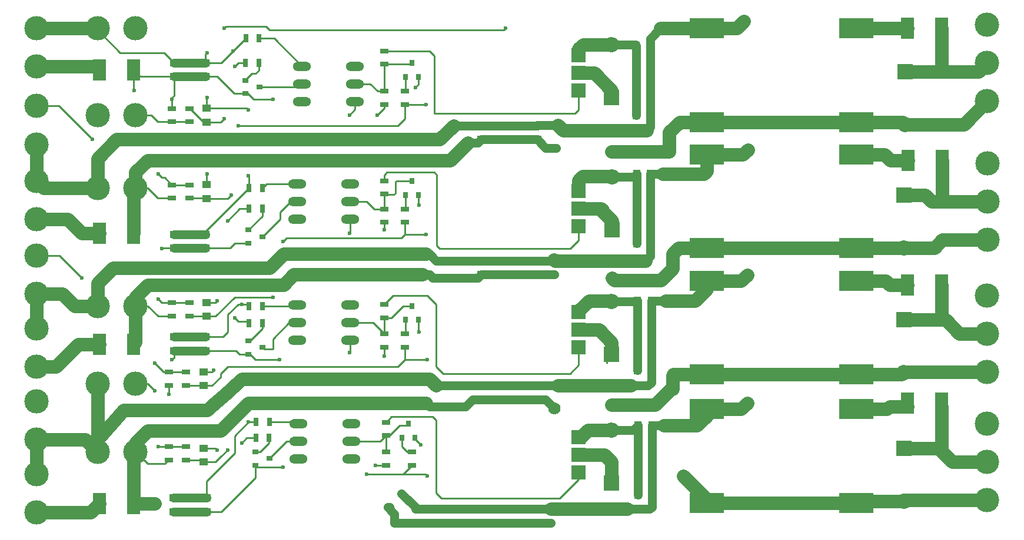
<source format=gbr>
G04 #@! TF.FileFunction,Copper,L1,Top,Signal*
%FSLAX46Y46*%
G04 Gerber Fmt 4.6, Leading zero omitted, Abs format (unit mm)*
G04 Created by KiCad (PCBNEW 4.0.7-e2-6376~58~ubuntu16.04.1) date Wed May  2 00:30:32 2018*
%MOMM*%
%LPD*%
G01*
G04 APERTURE LIST*
%ADD10C,0.100000*%
%ADD11R,5.000000X3.000000*%
%ADD12R,1.300000X0.700000*%
%ADD13R,0.700000X1.300000*%
%ADD14R,2.000000X2.000000*%
%ADD15R,0.800000X0.900000*%
%ADD16R,0.900000X0.800000*%
%ADD17O,2.641600X1.320800*%
%ADD18C,3.500120*%
%ADD19R,1.960000X3.150000*%
%ADD20R,2.200000X2.200000*%
%ADD21O,2.200000X2.200000*%
%ADD22R,1.250000X1.000000*%
%ADD23R,1.000000X1.250000*%
%ADD24C,0.600000*%
%ADD25C,1.778000*%
%ADD26C,1.143000*%
%ADD27C,1.270000*%
%ADD28C,0.254000*%
%ADD29C,1.905000*%
G04 APERTURE END LIST*
D10*
D11*
X186950000Y-85950000D03*
X165450000Y-85950000D03*
X165450000Y-72450000D03*
X186950000Y-72450000D03*
X186900000Y-122650000D03*
X165400000Y-122650000D03*
X165400000Y-109150000D03*
X186900000Y-109150000D03*
D12*
X88000760Y-114558820D03*
X88000760Y-116458820D03*
X90500760Y-116458820D03*
X90500760Y-114558820D03*
X88010760Y-103808820D03*
X88010760Y-105708820D03*
X90510760Y-105708820D03*
X90510760Y-103808820D03*
X119250000Y-111050000D03*
X119250000Y-112950000D03*
X119000000Y-94050000D03*
X119000000Y-95950000D03*
X123000760Y-115308820D03*
X123000760Y-117208820D03*
X122000760Y-98308820D03*
X122000760Y-100208820D03*
X119250000Y-117200000D03*
X119250000Y-115300000D03*
X119000760Y-100208820D03*
X119000760Y-98308820D03*
D13*
X102500000Y-110950000D03*
X100600000Y-110950000D03*
X101460760Y-94258820D03*
X99560760Y-94258820D03*
X102460760Y-113258820D03*
X100560760Y-113258820D03*
X101460760Y-96758820D03*
X99560760Y-96758820D03*
D12*
X88500760Y-93808820D03*
X88500760Y-95708820D03*
X91000760Y-95708820D03*
X91000760Y-93808820D03*
X119000000Y-76250000D03*
X119000000Y-78150000D03*
X122000760Y-80308820D03*
X122000760Y-82208820D03*
X119000760Y-82208820D03*
X119000760Y-80308820D03*
D13*
X101460760Y-77258820D03*
X99560760Y-77258820D03*
X101460760Y-80258820D03*
X99560760Y-80258820D03*
D12*
X88500760Y-76808820D03*
X88500760Y-78708820D03*
X91000760Y-78708820D03*
X91000760Y-76808820D03*
X119000000Y-57550000D03*
X119000000Y-59450000D03*
X122000760Y-63308820D03*
X122000760Y-65208820D03*
X119000760Y-65208820D03*
X119000760Y-63308820D03*
D13*
X101000000Y-55700000D03*
X99100000Y-55700000D03*
X100960760Y-59258820D03*
X99060760Y-59258820D03*
D12*
X91000760Y-65808820D03*
X91000760Y-67708820D03*
X88500760Y-67708820D03*
X88500760Y-65808820D03*
D14*
X147000760Y-118258820D03*
X147000760Y-115718820D03*
X147000760Y-113178820D03*
X147000760Y-100258820D03*
X147000760Y-97718820D03*
X147000760Y-95178820D03*
D15*
X121560760Y-113258820D03*
X123460760Y-113258820D03*
X122510760Y-111258820D03*
X122050760Y-96258820D03*
X123950760Y-96258820D03*
X123000760Y-94258820D03*
D16*
X100510760Y-115308820D03*
X100510760Y-117208820D03*
X102510760Y-116258820D03*
X99510760Y-99308820D03*
X99510760Y-101208820D03*
X101510760Y-100258820D03*
D14*
X147000760Y-82758820D03*
X147000760Y-80218820D03*
X147000760Y-77678820D03*
D15*
X122050760Y-78258820D03*
X123950760Y-78258820D03*
X123000760Y-76258820D03*
D16*
X99510760Y-83308820D03*
X99510760Y-85208820D03*
X101510760Y-84258820D03*
D14*
X147000760Y-63258820D03*
X147000760Y-60718820D03*
X147000760Y-58178820D03*
D15*
X122050760Y-61258820D03*
X123950760Y-61258820D03*
X123000760Y-59258820D03*
D16*
X99050000Y-61750000D03*
X99050000Y-63650000D03*
X101050000Y-62700000D03*
D17*
X106700760Y-111218820D03*
X106700760Y-113758820D03*
X114320760Y-113758820D03*
X114320760Y-111218820D03*
X106700760Y-116298820D03*
X114320760Y-116298820D03*
X106490000Y-94160000D03*
X106490000Y-96700000D03*
X114110000Y-96700000D03*
X114110000Y-94160000D03*
X106490000Y-99240000D03*
X114110000Y-99240000D03*
X106490000Y-76660000D03*
X106490000Y-79200000D03*
X114110000Y-79200000D03*
X114110000Y-76660000D03*
X106490000Y-81740000D03*
X114110000Y-81740000D03*
X107190760Y-59718820D03*
X107190760Y-62258820D03*
X114810760Y-62258820D03*
X114810760Y-59718820D03*
X107190760Y-64798820D03*
X114810760Y-64798820D03*
D18*
X83240000Y-105500000D03*
X77760000Y-105500000D03*
X205760760Y-111253820D03*
X205760760Y-116758820D03*
X205760760Y-122263820D03*
X77760760Y-115258820D03*
X83240760Y-115258820D03*
X69000760Y-118518820D03*
X69000760Y-123998820D03*
X69000760Y-108018820D03*
X69000760Y-113498820D03*
X205760760Y-92753820D03*
X205760760Y-98258820D03*
X205760760Y-103763820D03*
X77770760Y-94258820D03*
X83250760Y-94258820D03*
X205810760Y-73753820D03*
X205810760Y-79258820D03*
X205810760Y-84763820D03*
X69000760Y-97518820D03*
X69000760Y-102998820D03*
X69000760Y-87018820D03*
X69000760Y-92498820D03*
X77760760Y-77258820D03*
X83240760Y-77258820D03*
X205760760Y-53753820D03*
X205760760Y-59258820D03*
X205760760Y-64763820D03*
X69000000Y-76260000D03*
X69000000Y-81740000D03*
X69000760Y-65458820D03*
X69000760Y-70998820D03*
X83240760Y-54258820D03*
X77760760Y-54258820D03*
X69000000Y-59740000D03*
X69000000Y-54260000D03*
X83240760Y-66758820D03*
X77760760Y-66758820D03*
D19*
X78040760Y-60258820D03*
X82960760Y-60258820D03*
X194290000Y-108250000D03*
X199210000Y-108250000D03*
X82960760Y-122758820D03*
X78040760Y-122758820D03*
X194300760Y-91258820D03*
X199220760Y-91258820D03*
X82970760Y-99758820D03*
X78050760Y-99758820D03*
X194350760Y-73258820D03*
X199270760Y-73258820D03*
X82960760Y-83758820D03*
X78040760Y-83758820D03*
X194300760Y-54258820D03*
X199220760Y-54258820D03*
D20*
X193760760Y-114758820D03*
D21*
X193760760Y-122378820D03*
D20*
X151750760Y-119758820D03*
D21*
X151750760Y-112138820D03*
D20*
X151750760Y-101258820D03*
D21*
X151750760Y-93638820D03*
D20*
X193760760Y-96258820D03*
D21*
X193760760Y-103878820D03*
D20*
X151800760Y-83258820D03*
D21*
X151800760Y-75638820D03*
D20*
X193810760Y-78258820D03*
D21*
X193810760Y-85878820D03*
D20*
X151750760Y-64258820D03*
D21*
X151750760Y-56638820D03*
D20*
X194000000Y-60500000D03*
D21*
X194000000Y-68120000D03*
D22*
X93010760Y-114758820D03*
X93010760Y-116758820D03*
D23*
X157510760Y-121508820D03*
X155510760Y-121508820D03*
X157510760Y-119508820D03*
X155510760Y-119508820D03*
X157510760Y-117508820D03*
X155510760Y-117508820D03*
D22*
X93010760Y-103758820D03*
X93010760Y-105758820D03*
D23*
X157510760Y-115508820D03*
X155510760Y-115508820D03*
X157510760Y-113508820D03*
X155510760Y-113508820D03*
X157510760Y-111508820D03*
X155510760Y-111508820D03*
D22*
X140500000Y-123500000D03*
X140500000Y-125500000D03*
X141000760Y-105758820D03*
X141000760Y-107758820D03*
D23*
X157462356Y-103513692D03*
X155462356Y-103513692D03*
D22*
X137000000Y-123500000D03*
X137000000Y-125500000D03*
X137000760Y-105758820D03*
X137000760Y-107758820D03*
D23*
X157462356Y-101513692D03*
X155462356Y-101513692D03*
D22*
X133500000Y-123500000D03*
X133500000Y-125500000D03*
X133000760Y-105758820D03*
X133000760Y-107758820D03*
D23*
X157462356Y-99513692D03*
X155462356Y-99513692D03*
X157462356Y-97513692D03*
X155462356Y-97513692D03*
X157462356Y-95513692D03*
X155462356Y-95513692D03*
X157462356Y-93513692D03*
X155462356Y-93513692D03*
D22*
X93500000Y-121900000D03*
X93500000Y-123900000D03*
X93300000Y-98700000D03*
X93300000Y-100700000D03*
X91100000Y-121900000D03*
X91100000Y-123900000D03*
X91050000Y-98700000D03*
X91050000Y-100700000D03*
X88700000Y-121900000D03*
X88700000Y-123900000D03*
X88800000Y-98700000D03*
X88800000Y-100700000D03*
X93500760Y-93758820D03*
X93500760Y-95758820D03*
X141000760Y-87758820D03*
X141000760Y-89758820D03*
D23*
X157310760Y-85258820D03*
X155310760Y-85258820D03*
D22*
X137000760Y-87758820D03*
X137000760Y-89758820D03*
D23*
X157310760Y-83258820D03*
X155310760Y-83258820D03*
D22*
X133000760Y-87758820D03*
X133000760Y-89758820D03*
D23*
X157310760Y-81258820D03*
X155310760Y-81258820D03*
X157310760Y-79258820D03*
X155310760Y-79258820D03*
X157310760Y-77258820D03*
X155310760Y-77258820D03*
X157310760Y-75258820D03*
X155310760Y-75258820D03*
D22*
X93300000Y-83950000D03*
X93300000Y-85950000D03*
X91050000Y-83950000D03*
X91050000Y-85950000D03*
X88800000Y-83950000D03*
X88800000Y-85950000D03*
X93500760Y-76758820D03*
X93500760Y-78758820D03*
X141000760Y-68258820D03*
X141000760Y-70258820D03*
D23*
X157260760Y-66758820D03*
X155260760Y-66758820D03*
D22*
X137000760Y-68258820D03*
X137000760Y-70258820D03*
D23*
X157260760Y-64758820D03*
X155260760Y-64758820D03*
D22*
X133000760Y-68258820D03*
X133000760Y-70258820D03*
D23*
X157260760Y-62758820D03*
X155260760Y-62758820D03*
X157260760Y-60758820D03*
X155260760Y-60758820D03*
X157260760Y-58758820D03*
X155260760Y-58758820D03*
X157260760Y-56758820D03*
X155260760Y-56758820D03*
D22*
X93300000Y-59200000D03*
X93300000Y-61200000D03*
X88800000Y-59200000D03*
X88800000Y-61200000D03*
X91050000Y-59200000D03*
X91050000Y-61200000D03*
X93500760Y-65758820D03*
X93500760Y-67758820D03*
D11*
X186900000Y-67750000D03*
X165400000Y-67750000D03*
X165400000Y-54250000D03*
X186900000Y-54250000D03*
X186900000Y-104150000D03*
X165400000Y-104150000D03*
X165400000Y-90650000D03*
X186900000Y-90650000D03*
D24*
X97250000Y-57550000D03*
X99500000Y-111000000D03*
X98500000Y-94000000D03*
X99500000Y-75500000D03*
X99500000Y-66000000D03*
X93510760Y-64258820D03*
X93510760Y-57758820D03*
X96000000Y-54250000D03*
X136500000Y-54250000D03*
X97500000Y-96000000D03*
X98500000Y-114000000D03*
X96500000Y-82000000D03*
X97510760Y-59758820D03*
X96010760Y-67258820D03*
X103000000Y-64500000D03*
X104500000Y-117500000D03*
X104000000Y-102000000D03*
X88500000Y-102000000D03*
X87000000Y-86000000D03*
X88500760Y-64500000D03*
X83010760Y-63258820D03*
X111750000Y-70258820D03*
X93510760Y-70258820D03*
X93510760Y-75258820D03*
X118010760Y-70258820D03*
X118010760Y-66758820D03*
D25*
X170760760Y-53258820D03*
D26*
X143750000Y-71500000D03*
D24*
X123510760Y-62758820D03*
X123510760Y-73258820D03*
X114010760Y-73258820D03*
X114010760Y-66758820D03*
X125000000Y-65250000D03*
X97010760Y-78258820D03*
X98010760Y-68258820D03*
D25*
X171310760Y-71758820D03*
D24*
X111250000Y-86758820D03*
X95000000Y-89000000D03*
X95000000Y-93500000D03*
X119010760Y-86758820D03*
X119010760Y-83258820D03*
X124010760Y-79758820D03*
X123750000Y-90000000D03*
D26*
X143510760Y-89758820D03*
D24*
X114010760Y-89758820D03*
X114010760Y-83758820D03*
X125000000Y-84000000D03*
X104500000Y-85000000D03*
X103000000Y-93000000D03*
D25*
X171260760Y-108258820D03*
D24*
X117750000Y-117250000D03*
D25*
X171250000Y-89769580D03*
D24*
X110750000Y-104758820D03*
D26*
X121510760Y-121258820D03*
D24*
X94500000Y-108500000D03*
X94500000Y-103500000D03*
X95000000Y-115000000D03*
X119000000Y-104500000D03*
X119000000Y-101500000D03*
D25*
X143500000Y-109000000D03*
D24*
X124250000Y-114250000D03*
X123750000Y-125500000D03*
D26*
X119510760Y-123258820D03*
D24*
X88000000Y-112500000D03*
X88000000Y-107000000D03*
X111000000Y-108500000D03*
X114000000Y-108000000D03*
X114000000Y-101000000D03*
X124000000Y-108000000D03*
X124000000Y-98000000D03*
D26*
X143000000Y-125500000D03*
D25*
X86010760Y-122758820D03*
D24*
X125250000Y-102000000D03*
X125250000Y-118750000D03*
X96500000Y-115000000D03*
X116500000Y-118500000D03*
D25*
X151750000Y-72000000D03*
X151800760Y-90248820D03*
X151740000Y-108490000D03*
X162000000Y-118750000D03*
D24*
X86510760Y-75258820D03*
X77010760Y-70258820D03*
X75510760Y-90258820D03*
X86510760Y-93258820D03*
X86000000Y-102500000D03*
X86000000Y-106500000D03*
X86500000Y-114500000D03*
D27*
X88800000Y-98700000D02*
X93300000Y-98700000D01*
X88800000Y-59200000D02*
X93300000Y-59200000D01*
X88800000Y-83950000D02*
X93300000Y-83950000D01*
X88700000Y-121900000D02*
X93500000Y-121900000D01*
D28*
X91050000Y-83950000D02*
X93300000Y-83950000D01*
X88800000Y-83950000D02*
X91050000Y-83950000D01*
X93500760Y-65758820D02*
X99258820Y-65758820D01*
X99560760Y-75560760D02*
X99560760Y-77258820D01*
X99500000Y-75500000D02*
X99560760Y-75560760D01*
X99258820Y-65758820D02*
X99500000Y-66000000D01*
X100550000Y-111000000D02*
X99500000Y-111000000D01*
X93500000Y-119500000D02*
X97500000Y-115500000D01*
X97500000Y-115500000D02*
X97500000Y-113000000D01*
X97500000Y-113000000D02*
X99500000Y-111000000D01*
X93500000Y-119500000D02*
X93500000Y-121900000D01*
X100550000Y-111000000D02*
X100600000Y-110950000D01*
X99301940Y-94000000D02*
X98500000Y-94000000D01*
X98500000Y-94000000D02*
X98000000Y-94000000D01*
X96500000Y-95500000D02*
X98000000Y-94000000D01*
X95800000Y-98700000D02*
X93300000Y-98700000D01*
X95800000Y-98700000D02*
X96500000Y-98000000D01*
X96500000Y-98000000D02*
X96500000Y-95500000D01*
X99301940Y-94000000D02*
X99560760Y-94258820D01*
X91050000Y-98700000D02*
X93300000Y-98700000D01*
X88800000Y-98700000D02*
X91050000Y-98700000D01*
X91100000Y-121900000D02*
X93500000Y-121900000D01*
X88700000Y-121900000D02*
X91100000Y-121900000D01*
X93300000Y-83950000D02*
X93300000Y-83519580D01*
X93300000Y-83519580D02*
X99560760Y-77258820D01*
X77760760Y-54258820D02*
X77760760Y-54508820D01*
X77760760Y-54508820D02*
X81010760Y-57758820D01*
X87358820Y-57758820D02*
X88800000Y-59200000D01*
X81010760Y-57758820D02*
X87358820Y-57758820D01*
X93500760Y-65758820D02*
X93500760Y-64268820D01*
X93500760Y-64268820D02*
X93510760Y-64258820D01*
X93510760Y-57758820D02*
X93300000Y-57969580D01*
X93300000Y-57969580D02*
X93300000Y-59200000D01*
D29*
X69000000Y-54260000D02*
X77759580Y-54260000D01*
D27*
X77759580Y-54260000D02*
X77760760Y-54258820D01*
D28*
X91050000Y-59200000D02*
X88800000Y-59200000D01*
X93300000Y-59200000D02*
X91050000Y-59200000D01*
X93300000Y-59200000D02*
X95600000Y-59200000D01*
X95600000Y-59200000D02*
X97250000Y-57550000D01*
X97250000Y-57550000D02*
X99100000Y-55700000D01*
X96250000Y-54000000D02*
X96000000Y-54250000D01*
X126250000Y-54500000D02*
X102500000Y-54500000D01*
X136250000Y-54500000D02*
X126250000Y-54500000D01*
X136500000Y-54250000D02*
X136250000Y-54500000D01*
X102500000Y-54500000D02*
X102000000Y-54000000D01*
X102000000Y-54000000D02*
X96250000Y-54000000D01*
X99301940Y-96500000D02*
X99000000Y-96500000D01*
X98000000Y-96500000D02*
X97500000Y-96000000D01*
X98000000Y-96500000D02*
X99000000Y-96500000D01*
X99301940Y-96500000D02*
X99560760Y-96758820D01*
X98500000Y-114000000D02*
X99241180Y-113258820D01*
X99241180Y-113258820D02*
X100560760Y-113258820D01*
X98241180Y-80258820D02*
X99560760Y-80258820D01*
X96500000Y-82000000D02*
X98241180Y-80258820D01*
X93500760Y-67758820D02*
X93010760Y-67758820D01*
X93010760Y-67758820D02*
X91060760Y-65808820D01*
X91060760Y-65808820D02*
X91000760Y-65808820D01*
X99060760Y-59258820D02*
X98010760Y-59258820D01*
X98010760Y-59258820D02*
X97510760Y-59758820D01*
X95510760Y-67758820D02*
X93500760Y-67758820D01*
X96010760Y-67258820D02*
X95510760Y-67758820D01*
D27*
X88800000Y-100700000D02*
X93300000Y-100700000D01*
X93300000Y-61200000D02*
X88800000Y-61200000D01*
X93300000Y-85950000D02*
X88800000Y-85950000D01*
X88700000Y-123900000D02*
X93500000Y-123900000D01*
D28*
X100250000Y-64500000D02*
X99400000Y-63650000D01*
X103000000Y-64500000D02*
X100250000Y-64500000D01*
X99400000Y-63650000D02*
X99050000Y-63650000D01*
X91050000Y-85950000D02*
X93300000Y-85950000D01*
X88800000Y-85950000D02*
X91050000Y-85950000D01*
X99708820Y-101208820D02*
X100500000Y-102000000D01*
X100500000Y-102000000D02*
X104000000Y-102000000D01*
X104500000Y-117500000D02*
X100510760Y-117500000D01*
X100510760Y-117500000D02*
X100500000Y-117500000D01*
X100500000Y-117500000D02*
X100510760Y-117208820D01*
X99510760Y-101208820D02*
X99708820Y-101208820D01*
X88800000Y-101700000D02*
X88800000Y-100700000D01*
X88500000Y-102000000D02*
X88800000Y-101700000D01*
X87000000Y-86000000D02*
X87050000Y-85950000D01*
X87050000Y-85950000D02*
X88800000Y-85950000D01*
X93300000Y-100700000D02*
X97700000Y-100700000D01*
X97700000Y-100700000D02*
X98208820Y-101208820D01*
X98208820Y-101208820D02*
X99510760Y-101208820D01*
X91050000Y-100700000D02*
X93300000Y-100700000D01*
X88800000Y-100700000D02*
X91050000Y-100700000D01*
X91100000Y-123900000D02*
X93500000Y-123900000D01*
X88700000Y-123900000D02*
X91100000Y-123900000D01*
X93500000Y-123900000D02*
X95600000Y-123900000D01*
X100510760Y-118989240D02*
X100510760Y-117208820D01*
X95600000Y-123900000D02*
X100510760Y-118989240D01*
X99510760Y-85208820D02*
X97560760Y-85208820D01*
X97560760Y-85208820D02*
X96819580Y-85950000D01*
X96819580Y-85950000D02*
X93300000Y-85950000D01*
X82960760Y-63208820D02*
X82960760Y-60258820D01*
X83010760Y-63258820D02*
X82960760Y-63208820D01*
X88800000Y-61200000D02*
X88800000Y-63969580D01*
X88800000Y-63969580D02*
X88500760Y-64268820D01*
X88500760Y-64268820D02*
X88500760Y-64500000D01*
X88500760Y-64500000D02*
X88500760Y-65808820D01*
X88800000Y-61200000D02*
X83901940Y-61200000D01*
X83901940Y-61200000D02*
X82960760Y-60258820D01*
X91050000Y-61200000D02*
X88800000Y-61200000D01*
X93300000Y-61200000D02*
X91050000Y-61200000D01*
X93300000Y-61200000D02*
X94951940Y-61200000D01*
X97401940Y-63650000D02*
X99050000Y-63650000D01*
X94951940Y-61200000D02*
X97401940Y-63650000D01*
D27*
X141009580Y-68250000D02*
X144000000Y-68250000D01*
D29*
X144750000Y-69000000D02*
X144000000Y-68250000D01*
D27*
X157260760Y-68489240D02*
X157260760Y-66758820D01*
X157260760Y-68489240D02*
X156750000Y-69000000D01*
D29*
X156750000Y-69000000D02*
X144750000Y-69000000D01*
D27*
X141009580Y-68250000D02*
X141000760Y-68258820D01*
D29*
X165400000Y-54250000D02*
X158769580Y-54250000D01*
D27*
X157260760Y-55758820D02*
X157260760Y-56758820D01*
X158769580Y-54250000D02*
X157260760Y-55758820D01*
X157260760Y-64758820D02*
X157260760Y-66758820D01*
X157260760Y-62758820D02*
X157260760Y-64758820D01*
X157260760Y-60758820D02*
X157260760Y-62758820D01*
X157260760Y-58758820D02*
X157260760Y-60758820D01*
X157260760Y-56758820D02*
X157260760Y-58758820D01*
D28*
X93500760Y-76758820D02*
X93500760Y-75268820D01*
X93500760Y-75268820D02*
X93510760Y-75258820D01*
X119000760Y-65208820D02*
X119000760Y-65768820D01*
X119000760Y-65768820D02*
X118010760Y-66758820D01*
D27*
X133000760Y-68258820D02*
X129010760Y-68258820D01*
D29*
X127010760Y-70258820D02*
X129010760Y-68258820D01*
X77760760Y-73008820D02*
X77760760Y-77258820D01*
X77760760Y-73008820D02*
X80510760Y-70258820D01*
X80510760Y-70258820D02*
X93510760Y-70258820D01*
X93510760Y-70258820D02*
X111750000Y-70258820D01*
X111750000Y-70258820D02*
X118010760Y-70258820D01*
X118010760Y-70258820D02*
X126510760Y-70258820D01*
X126510760Y-70258820D02*
X127010760Y-70258820D01*
X77760760Y-77258820D02*
X77760760Y-76508820D01*
D28*
X93500760Y-76758820D02*
X93510760Y-76758820D01*
D29*
X77760760Y-77258820D02*
X69998820Y-77258820D01*
X69998820Y-77258820D02*
X69000000Y-76260000D01*
X69000760Y-70998820D02*
X69000760Y-76259240D01*
X69000760Y-76259240D02*
X69000000Y-76260000D01*
X165400000Y-54250000D02*
X169769580Y-54250000D01*
X169769580Y-54250000D02*
X170760760Y-53258820D01*
D27*
X133000760Y-68258820D02*
X137000760Y-68258820D01*
X137000760Y-68258820D02*
X141000760Y-68258820D01*
D29*
X147000760Y-58178820D02*
X147000760Y-57249240D01*
X147000760Y-57249240D02*
X147611180Y-56638820D01*
X147611180Y-56638820D02*
X151750760Y-56638820D01*
D27*
X143750000Y-71500000D02*
X142241940Y-71500000D01*
X142241940Y-71500000D02*
X141000760Y-70258820D01*
X151750760Y-56638820D02*
X155140760Y-56638820D01*
X155140760Y-56638820D02*
X155260760Y-56758820D01*
X155260760Y-60758820D02*
X155260760Y-58758820D01*
X155260760Y-62758820D02*
X155260760Y-60758820D01*
X155260760Y-64758820D02*
X155260760Y-62758820D01*
X155260760Y-66758820D02*
X155260760Y-64758820D01*
X137000760Y-70258820D02*
X141000760Y-70258820D01*
X133000760Y-70258820D02*
X137000760Y-70258820D01*
X132500760Y-70758820D02*
X131010760Y-70758820D01*
D29*
X128510760Y-73258820D02*
X123510760Y-73258820D01*
X128510760Y-73258820D02*
X131010760Y-70758820D01*
D27*
X132500760Y-70758820D02*
X133000760Y-70258820D01*
D28*
X123950760Y-61258820D02*
X123950760Y-62318820D01*
X123950760Y-62318820D02*
X123510760Y-62758820D01*
X114810760Y-64798820D02*
X114810760Y-65958820D01*
X114810760Y-65958820D02*
X114010760Y-66758820D01*
D29*
X83240760Y-75028820D02*
X85010760Y-73258820D01*
X85010760Y-73258820D02*
X114010760Y-73258820D01*
X114010760Y-73258820D02*
X123510760Y-73258820D01*
X83240760Y-75028820D02*
X83240760Y-77258820D01*
X83240760Y-77258820D02*
X83240760Y-76528820D01*
D28*
X83240760Y-77258820D02*
X85010760Y-77258820D01*
X85010760Y-77258820D02*
X86460760Y-78708820D01*
X86460760Y-78708820D02*
X88500760Y-78708820D01*
D29*
X82960760Y-77538820D02*
X83240760Y-77258820D01*
X82960760Y-83758820D02*
X82960760Y-77538820D01*
D27*
X155260760Y-56758820D02*
X155260760Y-66758820D01*
X151870760Y-56758820D02*
X151750760Y-56638820D01*
D28*
X122000760Y-65208820D02*
X124958820Y-65208820D01*
X124958820Y-65208820D02*
X125000000Y-65250000D01*
X122000760Y-65208820D02*
X122000760Y-67268820D01*
X96510760Y-78758820D02*
X93500760Y-78758820D01*
X97010760Y-78258820D02*
X96510760Y-78758820D01*
X121010760Y-68258820D02*
X98010760Y-68258820D01*
X122000760Y-67268820D02*
X121010760Y-68258820D01*
X91000760Y-78708820D02*
X93450760Y-78708820D01*
X93450760Y-78708820D02*
X93500760Y-78758820D01*
D27*
X143600000Y-87800000D02*
X141041940Y-87800000D01*
X141041940Y-87800000D02*
X141000760Y-87758820D01*
D29*
X156600000Y-87800000D02*
X143600000Y-87800000D01*
D27*
X157310760Y-87089240D02*
X156600000Y-87800000D01*
X157310760Y-85258820D02*
X157310760Y-87089240D01*
D29*
X143600000Y-87800000D02*
X143400000Y-87600000D01*
X159050000Y-75258820D02*
X165041180Y-75258820D01*
X165041180Y-75258820D02*
X165450000Y-74850000D01*
D27*
X159050000Y-75258820D02*
X157310760Y-75258820D01*
D29*
X165450000Y-72450000D02*
X165450000Y-74850000D01*
D27*
X165450000Y-74850000D02*
X165041180Y-75258820D01*
X157310760Y-77258820D02*
X157310760Y-75258820D01*
X157310760Y-79258820D02*
X157310760Y-77258820D01*
X157310760Y-83258820D02*
X157310760Y-85258820D01*
X157310760Y-81258820D02*
X157310760Y-79258820D01*
D28*
X93500760Y-93758820D02*
X94741180Y-93758820D01*
X94741180Y-93758820D02*
X95000000Y-93500000D01*
X95000000Y-89000000D02*
X95000000Y-88758820D01*
X95000000Y-88758820D02*
X95000000Y-89000000D01*
X95000000Y-89000000D02*
X95000000Y-88758820D01*
X119000760Y-82208820D02*
X119000760Y-83248820D01*
X119000760Y-83248820D02*
X119010760Y-83258820D01*
D27*
X133000760Y-87758820D02*
X126510760Y-87758820D01*
X125510760Y-86758820D02*
X126510760Y-87758820D01*
D29*
X125010760Y-86758820D02*
X119010760Y-86758820D01*
X119010760Y-86758820D02*
X111250000Y-86758820D01*
X111250000Y-86758820D02*
X104510760Y-86758820D01*
X102510760Y-88758820D02*
X104510760Y-86758820D01*
X77770760Y-90998820D02*
X77770760Y-94258820D01*
X77770760Y-90998820D02*
X80010760Y-88758820D01*
X80010760Y-88758820D02*
X95000000Y-88758820D01*
X95000000Y-88758820D02*
X102510760Y-88758820D01*
D27*
X125010760Y-86758820D02*
X125510760Y-86758820D01*
D29*
X69000760Y-92498820D02*
X72750760Y-92498820D01*
X72750760Y-92498820D02*
X74510760Y-94258820D01*
X74510760Y-94258820D02*
X77770760Y-94258820D01*
X165450000Y-72450000D02*
X170619580Y-72450000D01*
X170619580Y-72450000D02*
X171310760Y-71758820D01*
D27*
X133000760Y-87758820D02*
X137000760Y-87758820D01*
X141000760Y-87758820D02*
X137000760Y-87758820D01*
X157310760Y-75258820D02*
X157310760Y-85258820D01*
D29*
X69000760Y-97518820D02*
X69000760Y-92498820D01*
X151761940Y-75600000D02*
X147600000Y-75600000D01*
X147000760Y-76199240D02*
X147600000Y-75600000D01*
X147000760Y-76199240D02*
X147000760Y-77678820D01*
X151761940Y-75600000D02*
X151800760Y-75638820D01*
D27*
X151800760Y-75638820D02*
X154930760Y-75638820D01*
X154930760Y-75638820D02*
X155310760Y-75258820D01*
D28*
X123950760Y-79698820D02*
X124010760Y-79758820D01*
X123950760Y-78258820D02*
X123950760Y-79698820D01*
X123750000Y-90000000D02*
X123750000Y-89758820D01*
X123750000Y-89758820D02*
X123750000Y-90000000D01*
X123750000Y-90000000D02*
X123750000Y-89758820D01*
D27*
X155310760Y-77258820D02*
X155310760Y-75258820D01*
X155310760Y-79258820D02*
X155310760Y-77258820D01*
X155310760Y-81258820D02*
X155310760Y-79258820D01*
X155310760Y-83258820D02*
X155310760Y-81258820D01*
D28*
X114110000Y-81740000D02*
X114110000Y-83659580D01*
X114110000Y-83659580D02*
X114010760Y-83758820D01*
D27*
X141000760Y-89758820D02*
X143510760Y-89758820D01*
X137000760Y-89758820D02*
X133000760Y-89758820D01*
D28*
X88450760Y-95758820D02*
X86510760Y-95758820D01*
X85010760Y-94258820D02*
X86510760Y-95758820D01*
X85010760Y-94258820D02*
X83250760Y-94258820D01*
X88450760Y-95758820D02*
X88500760Y-95708820D01*
D27*
X132500760Y-90258820D02*
X126010760Y-90258820D01*
X125510760Y-89758820D02*
X126010760Y-90258820D01*
D29*
X124510760Y-89758820D02*
X123750000Y-89758820D01*
X123750000Y-89758820D02*
X114010760Y-89758820D01*
X114010760Y-89758820D02*
X106010760Y-89758820D01*
X104510760Y-91258820D02*
X85010760Y-91258820D01*
X85010760Y-91258820D02*
X83250760Y-93018820D01*
X106010760Y-89758820D02*
X104510760Y-91258820D01*
D27*
X124510760Y-89758820D02*
X125510760Y-89758820D01*
X132500760Y-90258820D02*
X133000760Y-89758820D01*
D29*
X83250760Y-94258820D02*
X83250760Y-93018820D01*
X83250760Y-94258820D02*
X83250760Y-99478820D01*
X83250760Y-99478820D02*
X82970760Y-99758820D01*
D27*
X143510760Y-89758820D02*
X133000760Y-89758820D01*
X155310760Y-75258820D02*
X155310760Y-85258820D01*
X154930760Y-75638820D02*
X155310760Y-75258820D01*
D28*
X122250000Y-84000000D02*
X122001520Y-84000000D01*
X125000000Y-84000000D02*
X124999240Y-83999240D01*
X124999240Y-83999240D02*
X122250760Y-83999240D01*
X122250760Y-83999240D02*
X122250000Y-84000000D01*
X122001520Y-84000000D02*
X122000760Y-83999240D01*
X93500760Y-95758820D02*
X94741180Y-95758820D01*
X122000760Y-83999240D02*
X122000760Y-82208820D01*
X121500000Y-84500000D02*
X122000760Y-83999240D01*
X105000000Y-84500000D02*
X121500000Y-84500000D01*
X104500000Y-85000000D02*
X105000000Y-84500000D01*
X97500000Y-93000000D02*
X103000000Y-93000000D01*
X94741180Y-95758820D02*
X97500000Y-93000000D01*
X91000760Y-95708820D02*
X93450760Y-95708820D01*
X93450760Y-95708820D02*
X93500760Y-95758820D01*
D29*
X171260760Y-108258820D02*
X171259790Y-108259790D01*
X171259790Y-108259790D02*
X171260760Y-108258820D01*
X143000000Y-123500000D02*
X154000000Y-123500000D01*
D27*
X157510760Y-121508820D02*
X157510760Y-123239240D01*
X157510760Y-123239240D02*
X157250000Y-123500000D01*
X157250000Y-123500000D02*
X154000000Y-123500000D01*
X143000000Y-123500000D02*
X140500000Y-123500000D01*
D28*
X119250000Y-117200000D02*
X117800000Y-117200000D01*
X117800000Y-117200000D02*
X117750000Y-117250000D01*
D29*
X144000000Y-105750000D02*
X154500000Y-105750000D01*
D27*
X141009580Y-105750000D02*
X141000760Y-105758820D01*
X141009580Y-105750000D02*
X144000000Y-105750000D01*
X154500000Y-105750000D02*
X157000000Y-105750000D01*
X157462356Y-105287644D02*
X157000000Y-105750000D01*
X157462356Y-105287644D02*
X157462356Y-103513692D01*
X157519580Y-111500000D02*
X159250000Y-111500000D01*
D29*
X164000000Y-111500000D02*
X165400000Y-110100000D01*
X159250000Y-111500000D02*
X164000000Y-111500000D01*
D27*
X157519580Y-111500000D02*
X157510760Y-111508820D01*
D29*
X165400000Y-109150000D02*
X165400000Y-110100000D01*
D27*
X141009580Y-105750000D02*
X141000760Y-105758820D01*
X157476048Y-93500000D02*
X159500000Y-93500000D01*
D29*
X163750000Y-93500000D02*
X159500000Y-93500000D01*
X163750000Y-93500000D02*
X165400000Y-91850000D01*
D27*
X157476048Y-93500000D02*
X157462356Y-93513692D01*
D29*
X165400000Y-90650000D02*
X165400000Y-91850000D01*
X77760000Y-105500000D02*
X77760000Y-115258060D01*
X77760000Y-115258060D02*
X77760760Y-115258820D01*
D27*
X123500000Y-123500000D02*
X123500000Y-123248060D01*
X123500000Y-123500000D02*
X133500000Y-123500000D01*
X123500000Y-123248060D02*
X121510760Y-121258820D01*
X157548664Y-93600000D02*
X157462356Y-93513692D01*
D29*
X165400000Y-90650000D02*
X165400000Y-91150000D01*
D27*
X157551940Y-111550000D02*
X157510760Y-111508820D01*
X157462356Y-99513692D02*
X157462356Y-101513692D01*
X157462356Y-97513692D02*
X157462356Y-99513692D01*
X157462356Y-95513692D02*
X157462356Y-97513692D01*
X157462356Y-93513692D02*
X157462356Y-95513692D01*
D28*
X93010760Y-103758820D02*
X94241180Y-103758820D01*
X94447090Y-108447090D02*
X94447090Y-108439531D01*
X94500000Y-108500000D02*
X94447090Y-108447090D01*
X94241180Y-103758820D02*
X94500000Y-103500000D01*
X93010760Y-103758820D02*
X93258820Y-103758820D01*
X94758820Y-114758820D02*
X93010760Y-114758820D01*
X95000000Y-115000000D02*
X94758820Y-114758820D01*
X119000760Y-100208820D02*
X119000760Y-101499240D01*
X119000760Y-101499240D02*
X119000000Y-101500000D01*
X119000000Y-104500000D02*
X119000000Y-104758820D01*
X119000000Y-104758820D02*
X119000000Y-104500000D01*
X119000000Y-104500000D02*
X119000000Y-104758820D01*
D29*
X76770760Y-114268820D02*
X77760760Y-115258820D01*
D27*
X157510760Y-119508820D02*
X157510760Y-121508820D01*
X157510760Y-117508820D02*
X157510760Y-119508820D01*
X157510760Y-115508820D02*
X157510760Y-117508820D01*
X157510760Y-113508820D02*
X157510760Y-115508820D01*
X157510760Y-111508820D02*
X157510760Y-113508820D01*
X137000760Y-105758820D02*
X141000760Y-105758820D01*
X137000000Y-123500000D02*
X140500000Y-123500000D01*
X133500000Y-123500000D02*
X137000000Y-123500000D01*
X133000760Y-105758820D02*
X137000760Y-105758820D01*
X133000760Y-105758820D02*
X126510760Y-105758820D01*
D29*
X125510760Y-104758820D02*
X126510760Y-105758820D01*
X98510760Y-104758820D02*
X97510760Y-105758820D01*
X98510760Y-104758820D02*
X110750000Y-104758820D01*
X110750000Y-104758820D02*
X111000000Y-104758820D01*
X111000000Y-104758820D02*
X119000000Y-104758820D01*
X96309725Y-106809726D02*
X97510760Y-105758820D01*
X94447090Y-108439531D02*
X96309725Y-106809726D01*
X81510760Y-109258820D02*
X93510760Y-109258820D01*
X81510760Y-109258820D02*
X77760760Y-113508820D01*
X93510760Y-109258820D02*
X94447090Y-108439531D01*
X119000000Y-104758820D02*
X125510760Y-104758820D01*
X77760760Y-115258820D02*
X77760760Y-113508820D01*
X77760760Y-115258820D02*
X78010760Y-115258820D01*
D27*
X157462356Y-93513692D02*
X157462356Y-103513692D01*
X157462356Y-103513692D02*
X157462356Y-104056014D01*
D29*
X165400000Y-109150000D02*
X170369580Y-109150000D01*
X170369580Y-109150000D02*
X171260760Y-108258820D01*
X165400000Y-90650000D02*
X170369580Y-90650000D01*
X170369580Y-90650000D02*
X171250000Y-89769580D01*
X69000760Y-113498820D02*
X76000760Y-113498820D01*
X76000760Y-113498820D02*
X77760760Y-115258820D01*
X69000760Y-118518820D02*
X69000760Y-113498820D01*
X147000760Y-113178820D02*
X147321180Y-113178820D01*
X147321180Y-113178820D02*
X148361180Y-112138820D01*
X148361180Y-112138820D02*
X151750760Y-112138820D01*
D27*
X142258820Y-107758820D02*
X141000760Y-107758820D01*
X143500000Y-109000000D02*
X142258820Y-107758820D01*
D29*
X151611940Y-93500000D02*
X148500000Y-93500000D01*
X148500000Y-93500000D02*
X147000760Y-94999240D01*
X151611940Y-93500000D02*
X151750760Y-93638820D01*
X147000760Y-95178820D02*
X147000760Y-94999240D01*
D27*
X151750760Y-112138820D02*
X154880760Y-112138820D01*
X154880760Y-112138820D02*
X155510760Y-111508820D01*
X151750760Y-93638820D02*
X155337228Y-93638820D01*
X155337228Y-93638820D02*
X155462356Y-93513692D01*
D28*
X123460760Y-113258820D02*
X123460760Y-113460760D01*
X123460760Y-113460760D02*
X124250000Y-114250000D01*
D27*
X120500000Y-125500000D02*
X120500000Y-124248060D01*
X120500000Y-125500000D02*
X122000000Y-125500000D01*
X125000000Y-125500000D02*
X123750000Y-125500000D01*
X123750000Y-125500000D02*
X122000000Y-125500000D01*
X120500000Y-124248060D02*
X119510760Y-123258820D01*
X119510760Y-123258820D02*
X119758820Y-123258820D01*
X155510760Y-113508820D02*
X155510760Y-111508820D01*
X155510760Y-115508820D02*
X155510760Y-113508820D01*
X155510760Y-117508820D02*
X155510760Y-115508820D01*
X155510760Y-119508820D02*
X155510760Y-117508820D01*
X155462356Y-103513692D02*
X155462356Y-101513692D01*
X155462356Y-95513692D02*
X155462356Y-93513692D01*
X155462356Y-97513692D02*
X155462356Y-95513692D01*
X155462356Y-99513692D02*
X155462356Y-97513692D01*
D28*
X88010760Y-105708820D02*
X88010760Y-106989240D01*
X88010760Y-106989240D02*
X88000000Y-107000000D01*
X88000000Y-112500000D02*
X88000000Y-112258820D01*
X88000000Y-112258820D02*
X88000000Y-112500000D01*
X88000000Y-112500000D02*
X88000000Y-112258820D01*
X111000000Y-108500000D02*
X111000000Y-108258820D01*
X111000000Y-108258820D02*
X111000000Y-108500000D01*
X111000000Y-108500000D02*
X111000000Y-108258820D01*
X114110000Y-99240000D02*
X114110000Y-100890000D01*
X114110000Y-100890000D02*
X114000000Y-101000000D01*
X114000000Y-108000000D02*
X114000000Y-108258820D01*
X114000000Y-108258820D02*
X114000000Y-108000000D01*
X114000000Y-108000000D02*
X114000000Y-108258820D01*
X123950760Y-96258820D02*
X123950760Y-97950760D01*
X123950760Y-97950760D02*
X124000000Y-98000000D01*
X124000000Y-108000000D02*
X124000000Y-108258820D01*
X124000000Y-108258820D02*
X124000000Y-108000000D01*
X124000000Y-108000000D02*
X124000000Y-108258820D01*
X83240760Y-115258820D02*
X83258820Y-115258820D01*
X83258820Y-115258820D02*
X85000000Y-117000000D01*
X87459580Y-117000000D02*
X88000760Y-116458820D01*
X85000000Y-117000000D02*
X87459580Y-117000000D01*
D27*
X137000760Y-107758820D02*
X141000760Y-107758820D01*
X133000760Y-107758820D02*
X137000760Y-107758820D01*
X125510760Y-108758820D02*
X130741180Y-108758820D01*
D29*
X83240760Y-114028820D02*
X85010760Y-112258820D01*
X99510760Y-108258820D02*
X111000000Y-108258820D01*
X111000000Y-108258820D02*
X114000000Y-108258820D01*
X114000000Y-108258820D02*
X124000000Y-108258820D01*
X124000000Y-108258820D02*
X125010760Y-108258820D01*
X95510760Y-112258820D02*
X99510760Y-108258820D01*
X85010760Y-112258820D02*
X88000000Y-112258820D01*
X88000000Y-112258820D02*
X95510760Y-112258820D01*
D27*
X131741180Y-107758820D02*
X133000760Y-107758820D01*
X130741180Y-108758820D02*
X131741180Y-107758820D01*
X125000000Y-125500000D02*
X133500000Y-125500000D01*
X137000000Y-125500000D02*
X133500000Y-125500000D01*
X140500000Y-125500000D02*
X137000000Y-125500000D01*
X143000000Y-125500000D02*
X140500000Y-125500000D01*
D29*
X82960760Y-122758820D02*
X82960760Y-115538820D01*
X82960760Y-115538820D02*
X83240760Y-115258820D01*
X85500000Y-122758820D02*
X82960760Y-122758820D01*
X83240760Y-115258820D02*
X83240760Y-114028820D01*
X83240760Y-115258820D02*
X83510760Y-115258820D01*
X85500000Y-122758820D02*
X86010760Y-122758820D01*
X83240760Y-115258820D02*
X83240760Y-114528820D01*
D27*
X155510760Y-121508820D02*
X155510760Y-111508820D01*
X155337228Y-93638820D02*
X155462356Y-93513692D01*
X155462356Y-103513692D02*
X155462356Y-93513692D01*
D29*
X82960760Y-115538820D02*
X83240760Y-115258820D01*
D28*
X125250000Y-102000000D02*
X122000000Y-102000000D01*
X122000000Y-100209580D02*
X122000000Y-102000000D01*
X121000000Y-103000000D02*
X122000000Y-102000000D01*
X95500000Y-104000000D02*
X96500000Y-103000000D01*
X94241180Y-105758820D02*
X93010760Y-105758820D01*
X94241180Y-105758820D02*
X95500000Y-104500000D01*
X95500000Y-104500000D02*
X95500000Y-104000000D01*
X96500000Y-103000000D02*
X121000000Y-103000000D01*
X122000000Y-100209580D02*
X122000760Y-100208820D01*
X90510760Y-105708820D02*
X92960760Y-105708820D01*
X92960760Y-105708820D02*
X93010760Y-105758820D01*
X124979790Y-118479790D02*
X121729790Y-118479790D01*
X125250000Y-118750000D02*
X124979790Y-118479790D01*
X94741180Y-116758820D02*
X95500000Y-116000000D01*
X95500000Y-116000000D02*
X96500000Y-115000000D01*
X93010760Y-116758820D02*
X94741180Y-116758820D01*
X121709580Y-118500000D02*
X121729790Y-118479790D01*
X121729790Y-118479790D02*
X123000760Y-117208820D01*
X117000000Y-118500000D02*
X121709580Y-118500000D01*
X116500000Y-118500000D02*
X117000000Y-118500000D01*
X90500760Y-116458820D02*
X92710760Y-116458820D01*
X92710760Y-116458820D02*
X93010760Y-116758820D01*
D29*
X199220760Y-54258820D02*
X199220760Y-60500000D01*
X199220760Y-60500000D02*
X199500000Y-60500000D01*
X194000000Y-60500000D02*
X199500000Y-60500000D01*
X199500000Y-60500000D02*
X204519580Y-60500000D01*
X204519580Y-60500000D02*
X205760760Y-59258820D01*
X194000000Y-68120000D02*
X202404580Y-68120000D01*
X202404580Y-68120000D02*
X205760760Y-64763820D01*
X186900000Y-67750000D02*
X193630000Y-67750000D01*
X193630000Y-67750000D02*
X194000000Y-68120000D01*
X147000760Y-60718820D02*
X149220760Y-60718820D01*
X149220760Y-60718820D02*
X151750760Y-63248820D01*
X151750760Y-63248820D02*
X151750760Y-64258820D01*
X165400000Y-67750000D02*
X161500000Y-67750000D01*
X160000000Y-69250000D02*
X160000000Y-72000000D01*
X161500000Y-67750000D02*
X160000000Y-69250000D01*
X160000000Y-72000000D02*
X151750000Y-72000000D01*
X165400000Y-67750000D02*
X164000000Y-67750000D01*
D27*
X151750760Y-64258820D02*
X151750760Y-63248820D01*
D29*
X165400000Y-67750000D02*
X186900000Y-67750000D01*
X199270760Y-73258820D02*
X199270760Y-79258820D01*
X199270760Y-79258820D02*
X200810760Y-79258820D01*
X205810760Y-79258820D02*
X200810760Y-79258820D01*
X200810760Y-79258820D02*
X197810760Y-79258820D01*
X196810760Y-78258820D02*
X193810760Y-78258820D01*
X197810760Y-79258820D02*
X196810760Y-78258820D01*
D27*
X151800760Y-90248820D02*
X151810760Y-90258820D01*
D29*
X151800000Y-83258060D02*
X151800000Y-82000000D01*
X150218820Y-80418820D02*
X151800000Y-82000000D01*
X150218820Y-80418820D02*
X150218820Y-80218820D01*
X151800000Y-83258060D02*
X151800760Y-83258820D01*
X147000760Y-80218820D02*
X150218820Y-80218820D01*
X150218820Y-80218820D02*
X150400000Y-80400000D01*
D27*
X151810760Y-90258820D02*
X152151940Y-90600000D01*
D28*
X150950760Y-82758820D02*
X151000760Y-82808820D01*
D29*
X160550000Y-86750000D02*
X160550000Y-88850000D01*
X152151940Y-90600000D02*
X151810760Y-90258820D01*
X165450000Y-85950000D02*
X161350000Y-85950000D01*
X161350000Y-85950000D02*
X160550000Y-86750000D01*
X159150000Y-90250000D02*
X158800000Y-90600000D01*
X158800000Y-90600000D02*
X152151940Y-90600000D01*
X160550000Y-88850000D02*
X159150000Y-90250000D01*
X186950000Y-85950000D02*
X193739580Y-85950000D01*
X193739580Y-85950000D02*
X193810760Y-85878820D01*
X165450000Y-85950000D02*
X186950000Y-85950000D01*
X205810760Y-84763820D02*
X199305760Y-84763820D01*
X198190760Y-85878820D02*
X193810760Y-85878820D01*
X199305760Y-84763820D02*
X198190760Y-85878820D01*
X199220760Y-91258820D02*
X199220760Y-96258820D01*
X199220760Y-96258820D02*
X199760760Y-96258820D01*
X205760760Y-98258820D02*
X201760760Y-98258820D01*
X199760760Y-96258820D02*
X193760760Y-96258820D01*
X201760760Y-98258820D02*
X199760760Y-96258820D01*
X151750000Y-101258060D02*
X151750000Y-99500000D01*
X149968820Y-97718820D02*
X151750000Y-99500000D01*
X149968820Y-97718820D02*
X147000760Y-97718820D01*
X151750000Y-101258060D02*
X151750760Y-101258820D01*
X151740000Y-108490000D02*
X151750000Y-108500000D01*
D28*
X151000760Y-102208820D02*
X151000760Y-102499240D01*
X150950760Y-100258820D02*
X151000760Y-100308820D01*
D29*
X160500000Y-106250000D02*
X160250000Y-106250000D01*
X160600000Y-104150000D02*
X165400000Y-104150000D01*
X160600000Y-104150000D02*
X160500000Y-104250000D01*
X160500000Y-104250000D02*
X160500000Y-106250000D01*
X158000000Y-108500000D02*
X151750000Y-108500000D01*
X160250000Y-106250000D02*
X158000000Y-108500000D01*
X186900000Y-104150000D02*
X193489580Y-104150000D01*
X193489580Y-104150000D02*
X193760760Y-103878820D01*
X165400000Y-104150000D02*
X186900000Y-104150000D01*
X205760760Y-103763820D02*
X193875760Y-103763820D01*
X193875760Y-103763820D02*
X193760760Y-103878820D01*
X151750000Y-119758060D02*
X151750000Y-116750000D01*
X150718820Y-115718820D02*
X151750000Y-116750000D01*
X150718820Y-115718820D02*
X147000760Y-115718820D01*
X151750000Y-119758060D02*
X151750760Y-119758820D01*
X165400000Y-122650000D02*
X165400000Y-122150000D01*
X165400000Y-122150000D02*
X162000000Y-118750000D01*
X165400000Y-122650000D02*
X186900000Y-122650000D01*
X193760760Y-122378820D02*
X187171180Y-122378820D01*
X187171180Y-122378820D02*
X186900000Y-122650000D01*
X205760760Y-122263820D02*
X193875760Y-122263820D01*
X193875760Y-122263820D02*
X193760760Y-122378820D01*
X205760760Y-116758820D02*
X200760760Y-116758820D01*
X198760760Y-114758820D02*
X193760760Y-114758820D01*
X199220760Y-108758820D02*
X199220760Y-115218820D01*
X199220760Y-115218820D02*
X199760760Y-115758820D01*
X200760760Y-116758820D02*
X199760760Y-115758820D01*
X199760760Y-115758820D02*
X198760760Y-114758820D01*
X186900000Y-54250000D02*
X194291940Y-54250000D01*
X194291940Y-54250000D02*
X194300760Y-54258820D01*
X69000000Y-81740000D02*
X73491940Y-81740000D01*
X75510760Y-83758820D02*
X78040760Y-83758820D01*
X73491940Y-81740000D02*
X75510760Y-83758820D01*
X186950000Y-72450000D02*
X191001940Y-72450000D01*
X191810760Y-73258820D02*
X194350760Y-73258820D01*
X191001940Y-72450000D02*
X191810760Y-73258820D01*
X69000760Y-102998820D02*
X71770760Y-102998820D01*
X75010760Y-99758820D02*
X78050760Y-99758820D01*
X71770760Y-102998820D02*
X75010760Y-99758820D01*
X186900000Y-90650000D02*
X191151940Y-90650000D01*
X191760760Y-91258820D02*
X194300760Y-91258820D01*
X191151940Y-90650000D02*
X191760760Y-91258820D01*
X69000760Y-123998820D02*
X76800760Y-123998820D01*
X76800760Y-123998820D02*
X78040760Y-122758820D01*
X186900000Y-109150000D02*
X191369580Y-109150000D01*
X191760760Y-108758820D02*
X194300760Y-108758820D01*
X191369580Y-109150000D02*
X191760760Y-108758820D01*
X69000000Y-59740000D02*
X77521940Y-59740000D01*
D27*
X77521940Y-59740000D02*
X78040760Y-60258820D01*
D28*
X88500760Y-67708820D02*
X91000760Y-67708820D01*
X83240760Y-66758820D02*
X85510760Y-66758820D01*
X86460760Y-67708820D02*
X88500760Y-67708820D01*
X85510760Y-66758820D02*
X86460760Y-67708820D01*
X88500760Y-76808820D02*
X91000760Y-76808820D01*
X69000760Y-65458820D02*
X72210760Y-65458820D01*
X87450760Y-75758820D02*
X88500760Y-76808820D01*
X87010760Y-75758820D02*
X87450760Y-75758820D01*
X86510760Y-75258820D02*
X87010760Y-75758820D01*
X72210760Y-65458820D02*
X77010760Y-70258820D01*
X69000760Y-65458820D02*
X69710760Y-65458820D01*
X88500760Y-93808820D02*
X91000760Y-93808820D01*
X88500760Y-93808820D02*
X87060760Y-93808820D01*
X72270760Y-87018820D02*
X69000760Y-87018820D01*
X75510760Y-90258820D02*
X72270760Y-87018820D01*
X87060760Y-93808820D02*
X86510760Y-93258820D01*
X87308820Y-103808820D02*
X88010760Y-103808820D01*
X86000000Y-102500000D02*
X87308820Y-103808820D01*
X88010760Y-103808820D02*
X90510760Y-103808820D01*
X69000760Y-108018820D02*
X69750760Y-108018820D01*
X83240000Y-105500000D02*
X85000000Y-105500000D01*
X86500000Y-114500000D02*
X86558820Y-114558820D01*
X86558820Y-114558820D02*
X88000760Y-114558820D01*
X85000000Y-105500000D02*
X86000000Y-106500000D01*
X90500760Y-114558820D02*
X88000760Y-114558820D01*
X101000000Y-55700000D02*
X103171940Y-55700000D01*
X103171940Y-55700000D02*
X107190760Y-59718820D01*
X101050000Y-62700000D02*
X106749580Y-62700000D01*
X106749580Y-62700000D02*
X107190760Y-62258820D01*
X119000000Y-59450000D02*
X122809580Y-59450000D01*
X122809580Y-59450000D02*
X123000760Y-59258820D01*
X119000760Y-63308820D02*
X119000760Y-59450760D01*
X119000760Y-59450760D02*
X119000000Y-59450000D01*
X114810760Y-62258820D02*
X117010760Y-62258820D01*
X118060760Y-63308820D02*
X119000760Y-63308820D01*
X117010760Y-62258820D02*
X118060760Y-63308820D01*
X106490000Y-76660000D02*
X102059580Y-76660000D01*
X102059580Y-76660000D02*
X101460760Y-77258820D01*
X104010760Y-80758820D02*
X104010760Y-81758820D01*
X105569580Y-79200000D02*
X104010760Y-80758820D01*
X104010760Y-81758820D02*
X101510760Y-84258820D01*
X106490000Y-79200000D02*
X105569580Y-79200000D01*
X119000000Y-78150000D02*
X119000000Y-80308060D01*
X119000000Y-80308060D02*
X119000760Y-80308820D01*
X119050000Y-78200000D02*
X120400000Y-78200000D01*
X120741180Y-76258820D02*
X120600000Y-76400000D01*
X120600000Y-76400000D02*
X120600000Y-78000000D01*
X120600000Y-78000000D02*
X120400000Y-78200000D01*
X120741180Y-76258820D02*
X123000760Y-76258820D01*
X119050000Y-78200000D02*
X119000000Y-78150000D01*
X119000760Y-80308820D02*
X117560760Y-80308820D01*
X117560760Y-80308820D02*
X117510760Y-80258820D01*
X116451940Y-79200000D02*
X114110000Y-79200000D01*
X116451940Y-79200000D02*
X117510760Y-80258820D01*
X119010760Y-80298820D02*
X119000760Y-80308820D01*
X101460760Y-94258820D02*
X106391180Y-94258820D01*
X106391180Y-94258820D02*
X106490000Y-94160000D01*
X101751940Y-100500000D02*
X103000000Y-100500000D01*
X103000000Y-99000000D02*
X105300000Y-96700000D01*
X103000000Y-100500000D02*
X103000000Y-99000000D01*
X101751940Y-100500000D02*
X101510760Y-100258820D01*
X106490000Y-96700000D02*
X105300000Y-96700000D01*
X122991940Y-94250000D02*
X121750000Y-94250000D01*
X120050000Y-95950000D02*
X121750000Y-94250000D01*
X120050000Y-95950000D02*
X119000000Y-95950000D01*
X122991940Y-94250000D02*
X123000760Y-94258820D01*
X119000760Y-98308820D02*
X119000760Y-95950760D01*
X119000760Y-95950760D02*
X119000000Y-95950000D01*
X114110000Y-96700000D02*
X117391940Y-96700000D01*
X117391940Y-96700000D02*
X119000760Y-98308820D01*
X102500000Y-110950000D02*
X106431940Y-110950000D01*
X106431940Y-110950000D02*
X106700760Y-111218820D01*
X106700760Y-113758820D02*
X105010760Y-113758820D01*
X105010760Y-113758820D02*
X102510760Y-116258820D01*
X122269580Y-111500000D02*
X121250000Y-111500000D01*
X121250000Y-111500000D02*
X119800000Y-112950000D01*
X122269580Y-111500000D02*
X122510760Y-111258820D01*
X119250000Y-112950000D02*
X119800000Y-112950000D01*
X119250000Y-115300000D02*
X119250000Y-112950000D01*
X114320760Y-113758820D02*
X118441180Y-113758820D01*
X118441180Y-113758820D02*
X119250000Y-112950000D01*
X99050000Y-61750000D02*
X99050000Y-61719580D01*
X99050000Y-61719580D02*
X100010760Y-60758820D01*
X100010760Y-60758820D02*
X100510760Y-60758820D01*
X100510760Y-60758820D02*
X100960760Y-60308820D01*
X100960760Y-60308820D02*
X100960760Y-59258820D01*
X122050760Y-61258820D02*
X122050760Y-63258820D01*
X122050760Y-63258820D02*
X122000760Y-63308820D01*
X126250000Y-66500000D02*
X146500000Y-66500000D01*
X125550000Y-57550000D02*
X126250000Y-58250000D01*
X126250000Y-58250000D02*
X126250000Y-66500000D01*
X119000000Y-57550000D02*
X125550000Y-57550000D01*
X147000760Y-65999240D02*
X147000760Y-63258820D01*
X146500000Y-66500000D02*
X147000760Y-65999240D01*
X147050760Y-63308820D02*
X147000760Y-63258820D01*
X99510760Y-83308820D02*
X99510760Y-83258820D01*
X99510760Y-83258820D02*
X101460760Y-81308820D01*
X101460760Y-81308820D02*
X101460760Y-80258820D01*
X122050760Y-78258820D02*
X122050760Y-80258820D01*
X122050760Y-80258820D02*
X122000760Y-80308820D01*
X126200000Y-75000000D02*
X119400000Y-75000000D01*
X119000000Y-76250000D02*
X119000000Y-75400000D01*
X119000000Y-75400000D02*
X119200000Y-75200000D01*
X119400000Y-75000000D02*
X119200000Y-75200000D01*
X126600000Y-75400000D02*
X126200000Y-75000000D01*
X145800000Y-86000000D02*
X127000000Y-86000000D01*
X147000760Y-84799240D02*
X145800000Y-86000000D01*
X147000760Y-84799240D02*
X147000760Y-82758820D01*
X127000000Y-86000000D02*
X126600000Y-85600000D01*
X126600000Y-85600000D02*
X126600000Y-75400000D01*
X101500000Y-96798060D02*
X101500000Y-97500000D01*
X101500000Y-97500000D02*
X99691180Y-99308820D01*
X101500000Y-96798060D02*
X101460760Y-96758820D01*
X99510760Y-99308820D02*
X99691180Y-99308820D01*
X100510760Y-115308820D02*
X101191180Y-115308820D01*
X102460760Y-114039240D02*
X102460760Y-113258820D01*
X101191180Y-115308820D02*
X102460760Y-114039240D01*
X122050760Y-96258820D02*
X122050760Y-98258820D01*
X122050760Y-98258820D02*
X122000760Y-98308820D01*
X123000760Y-115308820D02*
X122308820Y-115308820D01*
X121560760Y-114560760D02*
X121560760Y-113258820D01*
X122308820Y-115308820D02*
X121560760Y-114560760D01*
X126500000Y-94000000D02*
X125250000Y-92750000D01*
X126500000Y-103000000D02*
X126500000Y-94000000D01*
X125250000Y-92750000D02*
X120300000Y-92750000D01*
X127500000Y-104000000D02*
X126500000Y-103000000D01*
X147000760Y-100258820D02*
X147000760Y-102749240D01*
X147000760Y-102749240D02*
X145750000Y-104000000D01*
X145750000Y-104000000D02*
X127500000Y-104000000D01*
X120300000Y-92750000D02*
X119000000Y-94050000D01*
X126500000Y-121250000D02*
X126500000Y-110750000D01*
X127250000Y-122000000D02*
X126500000Y-121250000D01*
X147000760Y-119249240D02*
X144250000Y-122000000D01*
X144250000Y-122000000D02*
X127250000Y-122000000D01*
X120050000Y-110250000D02*
X119250000Y-111050000D01*
X126000000Y-110250000D02*
X120050000Y-110250000D01*
X126500000Y-110750000D02*
X126000000Y-110250000D01*
X147000760Y-118258820D02*
X147000760Y-119249240D01*
M02*

</source>
